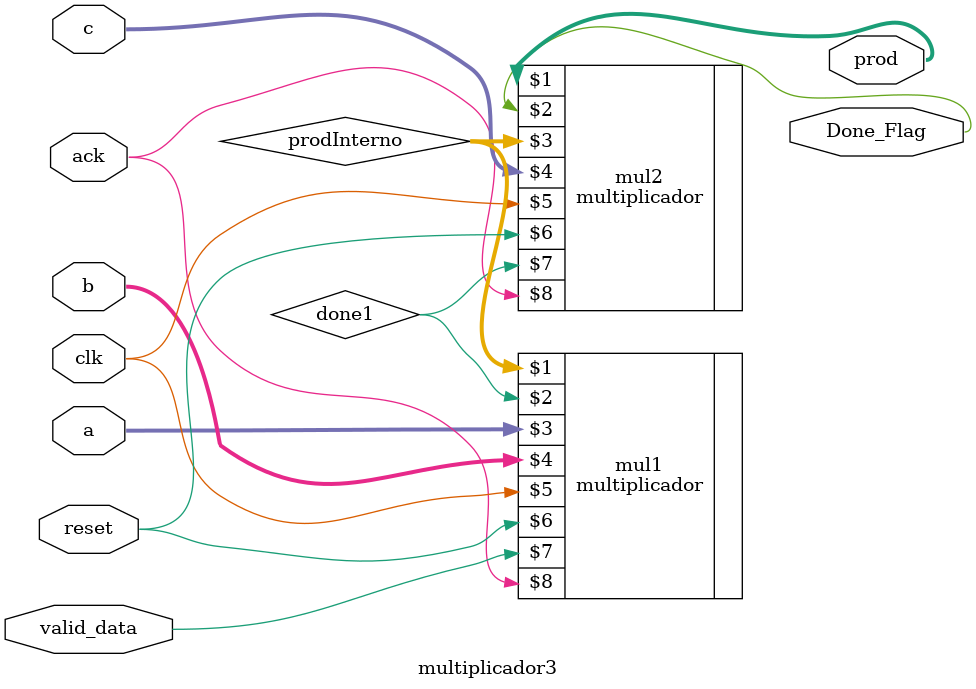
<source format=v>
`timescale 1ns/1ps
`include "multiplicador.v"

module multiplicador3(prod, Done_Flag, a, b, c, clk, reset, valid_data, ack);

	output [63:0] prod;
	output Done_Flag;
	input [31:0] a, b, c;
	input clk,reset,valid_data,ack;

	wire [63:0] prodInterno;

	multiplicador mul1(prodInterno, done1, a, b, clk, reset, valid_data, ack);

	multiplicador mul2(prod, Done_Flag, prodInterno, c, clk, reset, done1, ack);

endmodule
</source>
